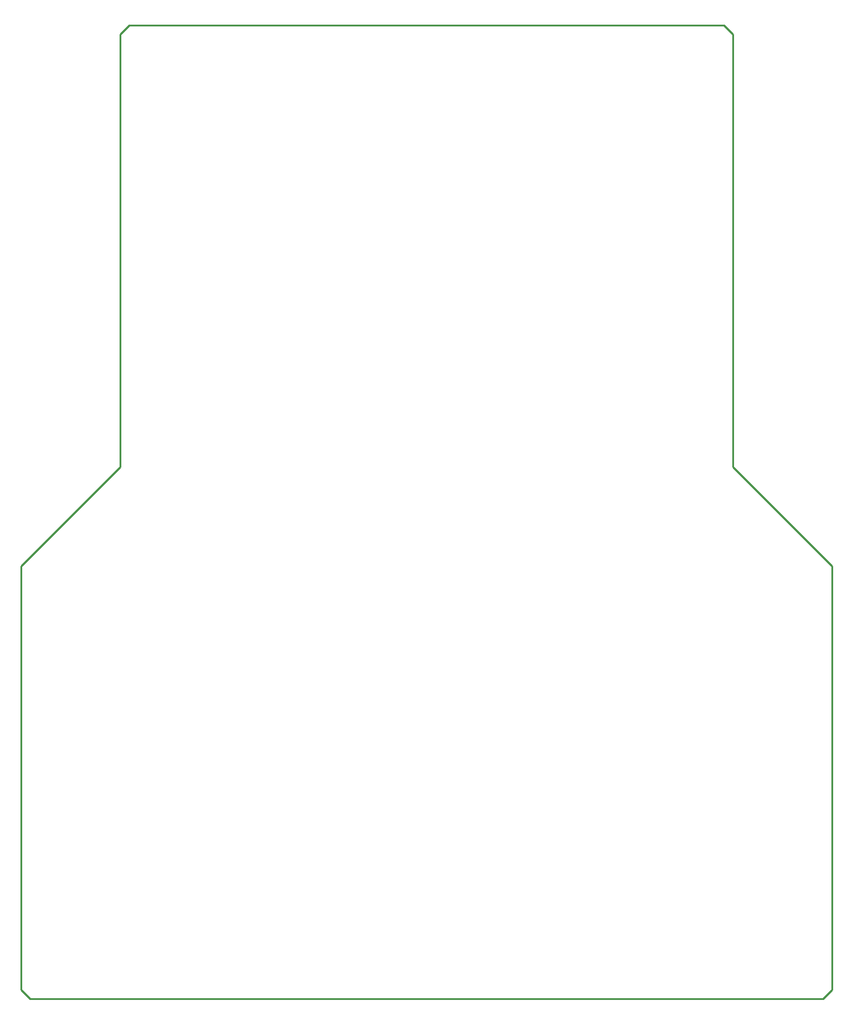
<source format=gko>
G04*
G04 #@! TF.GenerationSoftware,Altium Limited,Altium Designer,20.0.7 (75)*
G04*
G04 Layer_Color=16711935*
%FSLAX25Y25*%
%MOIN*%
G70*
G01*
G75*
%ADD10C,0.01000*%
%ADD16C,0.00500*%
D10*
X625000Y245000D02*
X625000Y10000D01*
X620000Y5000D02*
X625000Y10000D01*
X570000Y300000D02*
X625000Y245000D01*
X180000Y5000D02*
X620000D01*
X175000Y10000D02*
X180000Y5000D01*
X175000Y10000D02*
Y15000D01*
X175000D02*
X175000D01*
X175000D02*
Y245000D01*
X230000Y300000D01*
Y540000D02*
X235000Y545000D01*
X230000Y300000D02*
Y540000D01*
X570000Y300000D02*
Y540000D01*
X565000Y545000D02*
X570000Y540000D01*
X235000Y545000D02*
X565000D01*
D16*
X237252Y4791D02*
X277252D01*
M02*

</source>
